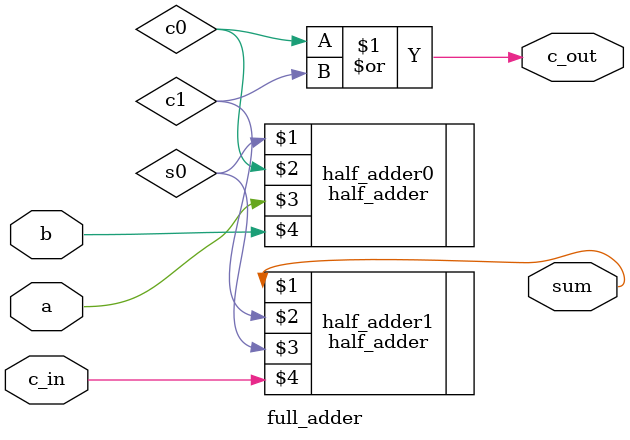
<source format=v>
`timescale 1ns / 1ps


module full_adder(c_out, sum, a, b, c_in);
    input wire a,b,c_in;
    output wire c_out, sum;

    wire c0, s0;
    wire c1, s1;

    half_adder half_adder0(s0, c0, a, b);
    half_adder half_adder1(sum, c1, s0, c_in);
    or (c_out, c0, c1);
endmodule

</source>
